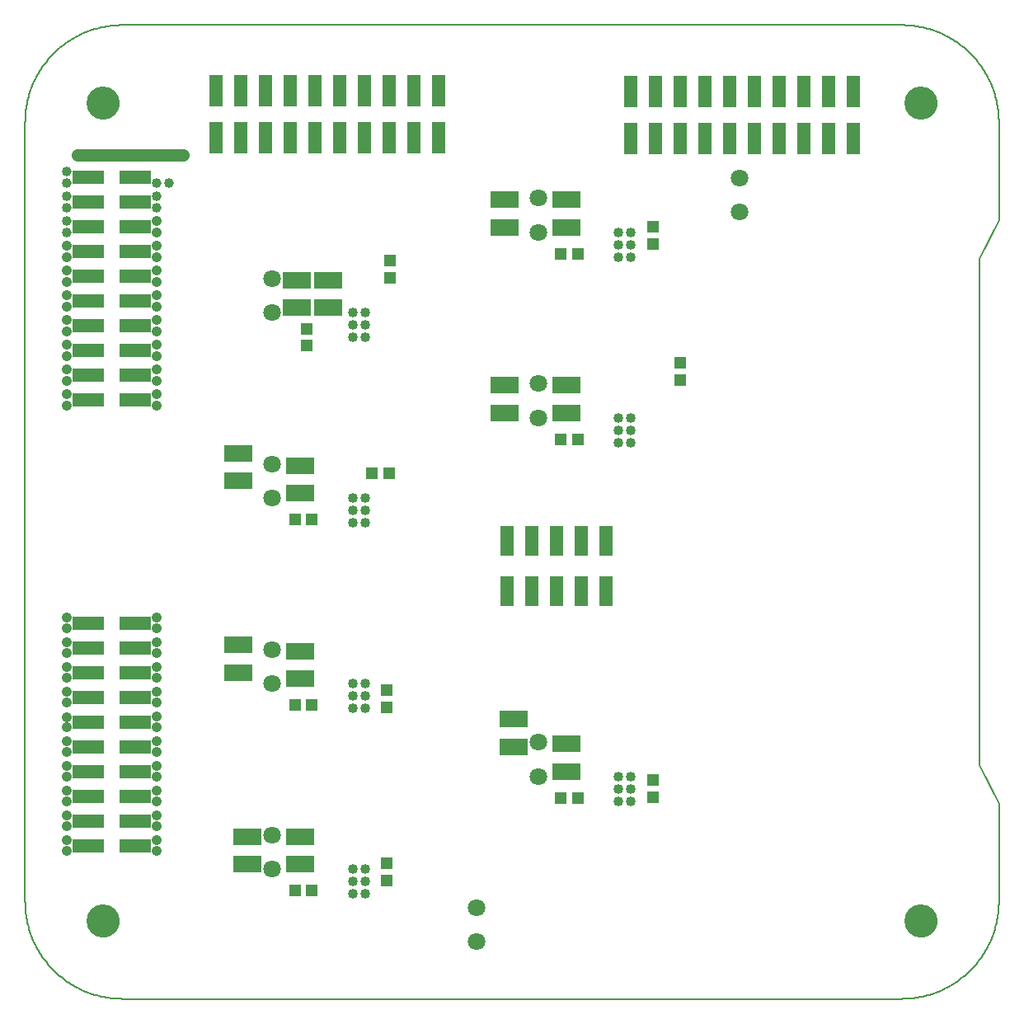
<source format=gbs>
G04 EAGLE Gerber RS-274X export*
G75*
%MOMM*%
%FSLAX34Y34*%
%LPD*%
%INSolder Mask bottom*%
%IPPOS*%
%AMOC8*
5,1,8,0,0,1.08239X$1,22.5*%
G01*
%ADD10C,0.152400*%
%ADD11C,1.270000*%
%ADD12C,0.000000*%
%ADD13C,3.403200*%
%ADD14C,1.011200*%
%ADD15C,1.803200*%
%ADD16R,2.903200X1.803200*%
%ADD17R,1.283200X1.253200*%
%ADD18R,1.253200X1.283200*%
%ADD19R,1.473200X3.251200*%
%ADD20R,1.473200X3.124200*%
%ADD21R,3.251200X1.473200*%
%ADD22C,1.059600*%
%ADD23C,1.009600*%


D10*
X0Y100000D02*
X0Y900000D01*
X100000Y1000000D02*
X900000Y1000000D01*
X1000000Y900000D02*
X1000000Y800000D01*
X1000000Y200000D02*
X1000000Y100000D01*
X900000Y0D02*
X100000Y0D01*
X0Y900000D02*
X29Y902416D01*
X117Y904831D01*
X263Y907243D01*
X467Y909651D01*
X729Y912054D01*
X1049Y914449D01*
X1427Y916836D01*
X1863Y919213D01*
X2356Y921578D01*
X2906Y923932D01*
X3512Y926271D01*
X4175Y928595D01*
X4894Y930902D01*
X5669Y933191D01*
X6498Y935460D01*
X7383Y937709D01*
X8321Y939936D01*
X9313Y942140D01*
X10357Y944319D01*
X11454Y946472D01*
X12603Y948598D01*
X13803Y950696D01*
X15053Y952764D01*
X16353Y954801D01*
X17702Y956806D01*
X19098Y958779D01*
X20542Y960716D01*
X22033Y962619D01*
X23568Y964484D01*
X25149Y966312D01*
X26773Y968102D01*
X28440Y969851D01*
X30149Y971560D01*
X31898Y973227D01*
X33688Y974851D01*
X35516Y976432D01*
X37381Y977967D01*
X39284Y979458D01*
X41221Y980902D01*
X43194Y982298D01*
X45199Y983647D01*
X47236Y984947D01*
X49304Y986197D01*
X51402Y987397D01*
X53528Y988546D01*
X55681Y989643D01*
X57860Y990687D01*
X60064Y991679D01*
X62291Y992617D01*
X64540Y993502D01*
X66809Y994331D01*
X69098Y995106D01*
X71405Y995825D01*
X73729Y996488D01*
X76068Y997094D01*
X78422Y997644D01*
X80787Y998137D01*
X83164Y998573D01*
X85551Y998951D01*
X87946Y999271D01*
X90349Y999533D01*
X92757Y999737D01*
X95169Y999883D01*
X97584Y999971D01*
X100000Y1000000D01*
X900000Y1000000D02*
X902416Y999971D01*
X904831Y999883D01*
X907243Y999737D01*
X909651Y999533D01*
X912054Y999271D01*
X914449Y998951D01*
X916836Y998573D01*
X919213Y998137D01*
X921578Y997644D01*
X923932Y997094D01*
X926271Y996488D01*
X928595Y995825D01*
X930902Y995106D01*
X933191Y994331D01*
X935460Y993502D01*
X937709Y992617D01*
X939936Y991679D01*
X942140Y990687D01*
X944319Y989643D01*
X946472Y988546D01*
X948598Y987397D01*
X950696Y986197D01*
X952764Y984947D01*
X954801Y983647D01*
X956806Y982298D01*
X958779Y980902D01*
X960716Y979458D01*
X962619Y977967D01*
X964484Y976432D01*
X966312Y974851D01*
X968102Y973227D01*
X969851Y971560D01*
X971560Y969851D01*
X973227Y968102D01*
X974851Y966312D01*
X976432Y964484D01*
X977967Y962619D01*
X979458Y960716D01*
X980902Y958779D01*
X982298Y956806D01*
X983647Y954801D01*
X984947Y952764D01*
X986197Y950696D01*
X987397Y948598D01*
X988546Y946472D01*
X989643Y944319D01*
X990687Y942140D01*
X991679Y939936D01*
X992617Y937709D01*
X993502Y935460D01*
X994331Y933191D01*
X995106Y930902D01*
X995825Y928595D01*
X996488Y926271D01*
X997094Y923932D01*
X997644Y921578D01*
X998137Y919213D01*
X998573Y916836D01*
X998951Y914449D01*
X999271Y912054D01*
X999533Y909651D01*
X999737Y907243D01*
X999883Y904831D01*
X999971Y902416D01*
X1000000Y900000D01*
X1000000Y100000D02*
X999971Y97584D01*
X999883Y95169D01*
X999737Y92757D01*
X999533Y90349D01*
X999271Y87946D01*
X998951Y85551D01*
X998573Y83164D01*
X998137Y80787D01*
X997644Y78422D01*
X997094Y76068D01*
X996488Y73729D01*
X995825Y71405D01*
X995106Y69098D01*
X994331Y66809D01*
X993502Y64540D01*
X992617Y62291D01*
X991679Y60064D01*
X990687Y57860D01*
X989643Y55681D01*
X988546Y53528D01*
X987397Y51402D01*
X986197Y49304D01*
X984947Y47236D01*
X983647Y45199D01*
X982298Y43194D01*
X980902Y41221D01*
X979458Y39284D01*
X977967Y37381D01*
X976432Y35516D01*
X974851Y33688D01*
X973227Y31898D01*
X971560Y30149D01*
X969851Y28440D01*
X968102Y26773D01*
X966312Y25149D01*
X964484Y23568D01*
X962619Y22033D01*
X960716Y20542D01*
X958779Y19098D01*
X956806Y17702D01*
X954801Y16353D01*
X952764Y15053D01*
X950696Y13803D01*
X948598Y12603D01*
X946472Y11454D01*
X944319Y10357D01*
X942140Y9313D01*
X939936Y8321D01*
X937709Y7383D01*
X935460Y6498D01*
X933191Y5669D01*
X930902Y4894D01*
X928595Y4175D01*
X926271Y3512D01*
X923932Y2906D01*
X921578Y2356D01*
X919213Y1863D01*
X916836Y1427D01*
X914449Y1049D01*
X912054Y729D01*
X909651Y467D01*
X907243Y263D01*
X904831Y117D01*
X902416Y29D01*
X900000Y0D01*
X100000Y0D02*
X97584Y29D01*
X95169Y117D01*
X92757Y263D01*
X90349Y467D01*
X87946Y729D01*
X85551Y1049D01*
X83164Y1427D01*
X80787Y1863D01*
X78422Y2356D01*
X76068Y2906D01*
X73729Y3512D01*
X71405Y4175D01*
X69098Y4894D01*
X66809Y5669D01*
X64540Y6498D01*
X62291Y7383D01*
X60064Y8321D01*
X57860Y9313D01*
X55681Y10357D01*
X53528Y11454D01*
X51402Y12603D01*
X49304Y13803D01*
X47236Y15053D01*
X45199Y16353D01*
X43194Y17702D01*
X41221Y19098D01*
X39284Y20542D01*
X37381Y22033D01*
X35516Y23568D01*
X33688Y25149D01*
X31898Y26773D01*
X30149Y28440D01*
X28440Y30149D01*
X26773Y31898D01*
X25149Y33688D01*
X23568Y35516D01*
X22033Y37381D01*
X20542Y39284D01*
X19098Y41221D01*
X17702Y43194D01*
X16353Y45199D01*
X15053Y47236D01*
X13803Y49304D01*
X12603Y51402D01*
X11454Y53528D01*
X10357Y55681D01*
X9313Y57860D01*
X8321Y60064D01*
X7383Y62291D01*
X6498Y64540D01*
X5669Y66809D01*
X4894Y69098D01*
X4175Y71405D01*
X3512Y73729D01*
X2906Y76068D01*
X2356Y78422D01*
X1863Y80787D01*
X1427Y83164D01*
X1049Y85551D01*
X729Y87946D01*
X467Y90349D01*
X263Y92757D01*
X117Y95169D01*
X29Y97584D01*
X0Y100000D01*
X980000Y760000D02*
X1000000Y800000D01*
X980000Y760000D02*
X980000Y240000D01*
X1000000Y200000D01*
D11*
X161925Y866775D02*
X53975Y866775D01*
D12*
X64000Y920000D02*
X64005Y920393D01*
X64019Y920785D01*
X64043Y921177D01*
X64077Y921568D01*
X64120Y921959D01*
X64173Y922348D01*
X64236Y922735D01*
X64307Y923121D01*
X64389Y923506D01*
X64479Y923888D01*
X64580Y924267D01*
X64689Y924645D01*
X64808Y925019D01*
X64935Y925390D01*
X65072Y925758D01*
X65218Y926123D01*
X65373Y926484D01*
X65536Y926841D01*
X65708Y927194D01*
X65889Y927542D01*
X66079Y927886D01*
X66276Y928226D01*
X66482Y928560D01*
X66696Y928889D01*
X66919Y929213D01*
X67149Y929531D01*
X67386Y929844D01*
X67632Y930150D01*
X67885Y930451D01*
X68145Y930745D01*
X68412Y931033D01*
X68686Y931314D01*
X68967Y931588D01*
X69255Y931855D01*
X69549Y932115D01*
X69850Y932368D01*
X70156Y932614D01*
X70469Y932851D01*
X70787Y933081D01*
X71111Y933304D01*
X71440Y933518D01*
X71774Y933724D01*
X72114Y933921D01*
X72458Y934111D01*
X72806Y934292D01*
X73159Y934464D01*
X73516Y934627D01*
X73877Y934782D01*
X74242Y934928D01*
X74610Y935065D01*
X74981Y935192D01*
X75355Y935311D01*
X75733Y935420D01*
X76112Y935521D01*
X76494Y935611D01*
X76879Y935693D01*
X77265Y935764D01*
X77652Y935827D01*
X78041Y935880D01*
X78432Y935923D01*
X78823Y935957D01*
X79215Y935981D01*
X79607Y935995D01*
X80000Y936000D01*
X80393Y935995D01*
X80785Y935981D01*
X81177Y935957D01*
X81568Y935923D01*
X81959Y935880D01*
X82348Y935827D01*
X82735Y935764D01*
X83121Y935693D01*
X83506Y935611D01*
X83888Y935521D01*
X84267Y935420D01*
X84645Y935311D01*
X85019Y935192D01*
X85390Y935065D01*
X85758Y934928D01*
X86123Y934782D01*
X86484Y934627D01*
X86841Y934464D01*
X87194Y934292D01*
X87542Y934111D01*
X87886Y933921D01*
X88226Y933724D01*
X88560Y933518D01*
X88889Y933304D01*
X89213Y933081D01*
X89531Y932851D01*
X89844Y932614D01*
X90150Y932368D01*
X90451Y932115D01*
X90745Y931855D01*
X91033Y931588D01*
X91314Y931314D01*
X91588Y931033D01*
X91855Y930745D01*
X92115Y930451D01*
X92368Y930150D01*
X92614Y929844D01*
X92851Y929531D01*
X93081Y929213D01*
X93304Y928889D01*
X93518Y928560D01*
X93724Y928226D01*
X93921Y927886D01*
X94111Y927542D01*
X94292Y927194D01*
X94464Y926841D01*
X94627Y926484D01*
X94782Y926123D01*
X94928Y925758D01*
X95065Y925390D01*
X95192Y925019D01*
X95311Y924645D01*
X95420Y924267D01*
X95521Y923888D01*
X95611Y923506D01*
X95693Y923121D01*
X95764Y922735D01*
X95827Y922348D01*
X95880Y921959D01*
X95923Y921568D01*
X95957Y921177D01*
X95981Y920785D01*
X95995Y920393D01*
X96000Y920000D01*
X95995Y919607D01*
X95981Y919215D01*
X95957Y918823D01*
X95923Y918432D01*
X95880Y918041D01*
X95827Y917652D01*
X95764Y917265D01*
X95693Y916879D01*
X95611Y916494D01*
X95521Y916112D01*
X95420Y915733D01*
X95311Y915355D01*
X95192Y914981D01*
X95065Y914610D01*
X94928Y914242D01*
X94782Y913877D01*
X94627Y913516D01*
X94464Y913159D01*
X94292Y912806D01*
X94111Y912458D01*
X93921Y912114D01*
X93724Y911774D01*
X93518Y911440D01*
X93304Y911111D01*
X93081Y910787D01*
X92851Y910469D01*
X92614Y910156D01*
X92368Y909850D01*
X92115Y909549D01*
X91855Y909255D01*
X91588Y908967D01*
X91314Y908686D01*
X91033Y908412D01*
X90745Y908145D01*
X90451Y907885D01*
X90150Y907632D01*
X89844Y907386D01*
X89531Y907149D01*
X89213Y906919D01*
X88889Y906696D01*
X88560Y906482D01*
X88226Y906276D01*
X87886Y906079D01*
X87542Y905889D01*
X87194Y905708D01*
X86841Y905536D01*
X86484Y905373D01*
X86123Y905218D01*
X85758Y905072D01*
X85390Y904935D01*
X85019Y904808D01*
X84645Y904689D01*
X84267Y904580D01*
X83888Y904479D01*
X83506Y904389D01*
X83121Y904307D01*
X82735Y904236D01*
X82348Y904173D01*
X81959Y904120D01*
X81568Y904077D01*
X81177Y904043D01*
X80785Y904019D01*
X80393Y904005D01*
X80000Y904000D01*
X79607Y904005D01*
X79215Y904019D01*
X78823Y904043D01*
X78432Y904077D01*
X78041Y904120D01*
X77652Y904173D01*
X77265Y904236D01*
X76879Y904307D01*
X76494Y904389D01*
X76112Y904479D01*
X75733Y904580D01*
X75355Y904689D01*
X74981Y904808D01*
X74610Y904935D01*
X74242Y905072D01*
X73877Y905218D01*
X73516Y905373D01*
X73159Y905536D01*
X72806Y905708D01*
X72458Y905889D01*
X72114Y906079D01*
X71774Y906276D01*
X71440Y906482D01*
X71111Y906696D01*
X70787Y906919D01*
X70469Y907149D01*
X70156Y907386D01*
X69850Y907632D01*
X69549Y907885D01*
X69255Y908145D01*
X68967Y908412D01*
X68686Y908686D01*
X68412Y908967D01*
X68145Y909255D01*
X67885Y909549D01*
X67632Y909850D01*
X67386Y910156D01*
X67149Y910469D01*
X66919Y910787D01*
X66696Y911111D01*
X66482Y911440D01*
X66276Y911774D01*
X66079Y912114D01*
X65889Y912458D01*
X65708Y912806D01*
X65536Y913159D01*
X65373Y913516D01*
X65218Y913877D01*
X65072Y914242D01*
X64935Y914610D01*
X64808Y914981D01*
X64689Y915355D01*
X64580Y915733D01*
X64479Y916112D01*
X64389Y916494D01*
X64307Y916879D01*
X64236Y917265D01*
X64173Y917652D01*
X64120Y918041D01*
X64077Y918432D01*
X64043Y918823D01*
X64019Y919215D01*
X64005Y919607D01*
X64000Y920000D01*
D13*
X80000Y920000D03*
D12*
X64000Y80000D02*
X64005Y80393D01*
X64019Y80785D01*
X64043Y81177D01*
X64077Y81568D01*
X64120Y81959D01*
X64173Y82348D01*
X64236Y82735D01*
X64307Y83121D01*
X64389Y83506D01*
X64479Y83888D01*
X64580Y84267D01*
X64689Y84645D01*
X64808Y85019D01*
X64935Y85390D01*
X65072Y85758D01*
X65218Y86123D01*
X65373Y86484D01*
X65536Y86841D01*
X65708Y87194D01*
X65889Y87542D01*
X66079Y87886D01*
X66276Y88226D01*
X66482Y88560D01*
X66696Y88889D01*
X66919Y89213D01*
X67149Y89531D01*
X67386Y89844D01*
X67632Y90150D01*
X67885Y90451D01*
X68145Y90745D01*
X68412Y91033D01*
X68686Y91314D01*
X68967Y91588D01*
X69255Y91855D01*
X69549Y92115D01*
X69850Y92368D01*
X70156Y92614D01*
X70469Y92851D01*
X70787Y93081D01*
X71111Y93304D01*
X71440Y93518D01*
X71774Y93724D01*
X72114Y93921D01*
X72458Y94111D01*
X72806Y94292D01*
X73159Y94464D01*
X73516Y94627D01*
X73877Y94782D01*
X74242Y94928D01*
X74610Y95065D01*
X74981Y95192D01*
X75355Y95311D01*
X75733Y95420D01*
X76112Y95521D01*
X76494Y95611D01*
X76879Y95693D01*
X77265Y95764D01*
X77652Y95827D01*
X78041Y95880D01*
X78432Y95923D01*
X78823Y95957D01*
X79215Y95981D01*
X79607Y95995D01*
X80000Y96000D01*
X80393Y95995D01*
X80785Y95981D01*
X81177Y95957D01*
X81568Y95923D01*
X81959Y95880D01*
X82348Y95827D01*
X82735Y95764D01*
X83121Y95693D01*
X83506Y95611D01*
X83888Y95521D01*
X84267Y95420D01*
X84645Y95311D01*
X85019Y95192D01*
X85390Y95065D01*
X85758Y94928D01*
X86123Y94782D01*
X86484Y94627D01*
X86841Y94464D01*
X87194Y94292D01*
X87542Y94111D01*
X87886Y93921D01*
X88226Y93724D01*
X88560Y93518D01*
X88889Y93304D01*
X89213Y93081D01*
X89531Y92851D01*
X89844Y92614D01*
X90150Y92368D01*
X90451Y92115D01*
X90745Y91855D01*
X91033Y91588D01*
X91314Y91314D01*
X91588Y91033D01*
X91855Y90745D01*
X92115Y90451D01*
X92368Y90150D01*
X92614Y89844D01*
X92851Y89531D01*
X93081Y89213D01*
X93304Y88889D01*
X93518Y88560D01*
X93724Y88226D01*
X93921Y87886D01*
X94111Y87542D01*
X94292Y87194D01*
X94464Y86841D01*
X94627Y86484D01*
X94782Y86123D01*
X94928Y85758D01*
X95065Y85390D01*
X95192Y85019D01*
X95311Y84645D01*
X95420Y84267D01*
X95521Y83888D01*
X95611Y83506D01*
X95693Y83121D01*
X95764Y82735D01*
X95827Y82348D01*
X95880Y81959D01*
X95923Y81568D01*
X95957Y81177D01*
X95981Y80785D01*
X95995Y80393D01*
X96000Y80000D01*
X95995Y79607D01*
X95981Y79215D01*
X95957Y78823D01*
X95923Y78432D01*
X95880Y78041D01*
X95827Y77652D01*
X95764Y77265D01*
X95693Y76879D01*
X95611Y76494D01*
X95521Y76112D01*
X95420Y75733D01*
X95311Y75355D01*
X95192Y74981D01*
X95065Y74610D01*
X94928Y74242D01*
X94782Y73877D01*
X94627Y73516D01*
X94464Y73159D01*
X94292Y72806D01*
X94111Y72458D01*
X93921Y72114D01*
X93724Y71774D01*
X93518Y71440D01*
X93304Y71111D01*
X93081Y70787D01*
X92851Y70469D01*
X92614Y70156D01*
X92368Y69850D01*
X92115Y69549D01*
X91855Y69255D01*
X91588Y68967D01*
X91314Y68686D01*
X91033Y68412D01*
X90745Y68145D01*
X90451Y67885D01*
X90150Y67632D01*
X89844Y67386D01*
X89531Y67149D01*
X89213Y66919D01*
X88889Y66696D01*
X88560Y66482D01*
X88226Y66276D01*
X87886Y66079D01*
X87542Y65889D01*
X87194Y65708D01*
X86841Y65536D01*
X86484Y65373D01*
X86123Y65218D01*
X85758Y65072D01*
X85390Y64935D01*
X85019Y64808D01*
X84645Y64689D01*
X84267Y64580D01*
X83888Y64479D01*
X83506Y64389D01*
X83121Y64307D01*
X82735Y64236D01*
X82348Y64173D01*
X81959Y64120D01*
X81568Y64077D01*
X81177Y64043D01*
X80785Y64019D01*
X80393Y64005D01*
X80000Y64000D01*
X79607Y64005D01*
X79215Y64019D01*
X78823Y64043D01*
X78432Y64077D01*
X78041Y64120D01*
X77652Y64173D01*
X77265Y64236D01*
X76879Y64307D01*
X76494Y64389D01*
X76112Y64479D01*
X75733Y64580D01*
X75355Y64689D01*
X74981Y64808D01*
X74610Y64935D01*
X74242Y65072D01*
X73877Y65218D01*
X73516Y65373D01*
X73159Y65536D01*
X72806Y65708D01*
X72458Y65889D01*
X72114Y66079D01*
X71774Y66276D01*
X71440Y66482D01*
X71111Y66696D01*
X70787Y66919D01*
X70469Y67149D01*
X70156Y67386D01*
X69850Y67632D01*
X69549Y67885D01*
X69255Y68145D01*
X68967Y68412D01*
X68686Y68686D01*
X68412Y68967D01*
X68145Y69255D01*
X67885Y69549D01*
X67632Y69850D01*
X67386Y70156D01*
X67149Y70469D01*
X66919Y70787D01*
X66696Y71111D01*
X66482Y71440D01*
X66276Y71774D01*
X66079Y72114D01*
X65889Y72458D01*
X65708Y72806D01*
X65536Y73159D01*
X65373Y73516D01*
X65218Y73877D01*
X65072Y74242D01*
X64935Y74610D01*
X64808Y74981D01*
X64689Y75355D01*
X64580Y75733D01*
X64479Y76112D01*
X64389Y76494D01*
X64307Y76879D01*
X64236Y77265D01*
X64173Y77652D01*
X64120Y78041D01*
X64077Y78432D01*
X64043Y78823D01*
X64019Y79215D01*
X64005Y79607D01*
X64000Y80000D01*
D13*
X80000Y80000D03*
D12*
X904000Y80000D02*
X904005Y80393D01*
X904019Y80785D01*
X904043Y81177D01*
X904077Y81568D01*
X904120Y81959D01*
X904173Y82348D01*
X904236Y82735D01*
X904307Y83121D01*
X904389Y83506D01*
X904479Y83888D01*
X904580Y84267D01*
X904689Y84645D01*
X904808Y85019D01*
X904935Y85390D01*
X905072Y85758D01*
X905218Y86123D01*
X905373Y86484D01*
X905536Y86841D01*
X905708Y87194D01*
X905889Y87542D01*
X906079Y87886D01*
X906276Y88226D01*
X906482Y88560D01*
X906696Y88889D01*
X906919Y89213D01*
X907149Y89531D01*
X907386Y89844D01*
X907632Y90150D01*
X907885Y90451D01*
X908145Y90745D01*
X908412Y91033D01*
X908686Y91314D01*
X908967Y91588D01*
X909255Y91855D01*
X909549Y92115D01*
X909850Y92368D01*
X910156Y92614D01*
X910469Y92851D01*
X910787Y93081D01*
X911111Y93304D01*
X911440Y93518D01*
X911774Y93724D01*
X912114Y93921D01*
X912458Y94111D01*
X912806Y94292D01*
X913159Y94464D01*
X913516Y94627D01*
X913877Y94782D01*
X914242Y94928D01*
X914610Y95065D01*
X914981Y95192D01*
X915355Y95311D01*
X915733Y95420D01*
X916112Y95521D01*
X916494Y95611D01*
X916879Y95693D01*
X917265Y95764D01*
X917652Y95827D01*
X918041Y95880D01*
X918432Y95923D01*
X918823Y95957D01*
X919215Y95981D01*
X919607Y95995D01*
X920000Y96000D01*
X920393Y95995D01*
X920785Y95981D01*
X921177Y95957D01*
X921568Y95923D01*
X921959Y95880D01*
X922348Y95827D01*
X922735Y95764D01*
X923121Y95693D01*
X923506Y95611D01*
X923888Y95521D01*
X924267Y95420D01*
X924645Y95311D01*
X925019Y95192D01*
X925390Y95065D01*
X925758Y94928D01*
X926123Y94782D01*
X926484Y94627D01*
X926841Y94464D01*
X927194Y94292D01*
X927542Y94111D01*
X927886Y93921D01*
X928226Y93724D01*
X928560Y93518D01*
X928889Y93304D01*
X929213Y93081D01*
X929531Y92851D01*
X929844Y92614D01*
X930150Y92368D01*
X930451Y92115D01*
X930745Y91855D01*
X931033Y91588D01*
X931314Y91314D01*
X931588Y91033D01*
X931855Y90745D01*
X932115Y90451D01*
X932368Y90150D01*
X932614Y89844D01*
X932851Y89531D01*
X933081Y89213D01*
X933304Y88889D01*
X933518Y88560D01*
X933724Y88226D01*
X933921Y87886D01*
X934111Y87542D01*
X934292Y87194D01*
X934464Y86841D01*
X934627Y86484D01*
X934782Y86123D01*
X934928Y85758D01*
X935065Y85390D01*
X935192Y85019D01*
X935311Y84645D01*
X935420Y84267D01*
X935521Y83888D01*
X935611Y83506D01*
X935693Y83121D01*
X935764Y82735D01*
X935827Y82348D01*
X935880Y81959D01*
X935923Y81568D01*
X935957Y81177D01*
X935981Y80785D01*
X935995Y80393D01*
X936000Y80000D01*
X935995Y79607D01*
X935981Y79215D01*
X935957Y78823D01*
X935923Y78432D01*
X935880Y78041D01*
X935827Y77652D01*
X935764Y77265D01*
X935693Y76879D01*
X935611Y76494D01*
X935521Y76112D01*
X935420Y75733D01*
X935311Y75355D01*
X935192Y74981D01*
X935065Y74610D01*
X934928Y74242D01*
X934782Y73877D01*
X934627Y73516D01*
X934464Y73159D01*
X934292Y72806D01*
X934111Y72458D01*
X933921Y72114D01*
X933724Y71774D01*
X933518Y71440D01*
X933304Y71111D01*
X933081Y70787D01*
X932851Y70469D01*
X932614Y70156D01*
X932368Y69850D01*
X932115Y69549D01*
X931855Y69255D01*
X931588Y68967D01*
X931314Y68686D01*
X931033Y68412D01*
X930745Y68145D01*
X930451Y67885D01*
X930150Y67632D01*
X929844Y67386D01*
X929531Y67149D01*
X929213Y66919D01*
X928889Y66696D01*
X928560Y66482D01*
X928226Y66276D01*
X927886Y66079D01*
X927542Y65889D01*
X927194Y65708D01*
X926841Y65536D01*
X926484Y65373D01*
X926123Y65218D01*
X925758Y65072D01*
X925390Y64935D01*
X925019Y64808D01*
X924645Y64689D01*
X924267Y64580D01*
X923888Y64479D01*
X923506Y64389D01*
X923121Y64307D01*
X922735Y64236D01*
X922348Y64173D01*
X921959Y64120D01*
X921568Y64077D01*
X921177Y64043D01*
X920785Y64019D01*
X920393Y64005D01*
X920000Y64000D01*
X919607Y64005D01*
X919215Y64019D01*
X918823Y64043D01*
X918432Y64077D01*
X918041Y64120D01*
X917652Y64173D01*
X917265Y64236D01*
X916879Y64307D01*
X916494Y64389D01*
X916112Y64479D01*
X915733Y64580D01*
X915355Y64689D01*
X914981Y64808D01*
X914610Y64935D01*
X914242Y65072D01*
X913877Y65218D01*
X913516Y65373D01*
X913159Y65536D01*
X912806Y65708D01*
X912458Y65889D01*
X912114Y66079D01*
X911774Y66276D01*
X911440Y66482D01*
X911111Y66696D01*
X910787Y66919D01*
X910469Y67149D01*
X910156Y67386D01*
X909850Y67632D01*
X909549Y67885D01*
X909255Y68145D01*
X908967Y68412D01*
X908686Y68686D01*
X908412Y68967D01*
X908145Y69255D01*
X907885Y69549D01*
X907632Y69850D01*
X907386Y70156D01*
X907149Y70469D01*
X906919Y70787D01*
X906696Y71111D01*
X906482Y71440D01*
X906276Y71774D01*
X906079Y72114D01*
X905889Y72458D01*
X905708Y72806D01*
X905536Y73159D01*
X905373Y73516D01*
X905218Y73877D01*
X905072Y74242D01*
X904935Y74610D01*
X904808Y74981D01*
X904689Y75355D01*
X904580Y75733D01*
X904479Y76112D01*
X904389Y76494D01*
X904307Y76879D01*
X904236Y77265D01*
X904173Y77652D01*
X904120Y78041D01*
X904077Y78432D01*
X904043Y78823D01*
X904019Y79215D01*
X904005Y79607D01*
X904000Y80000D01*
D13*
X920000Y80000D03*
D12*
X904000Y920000D02*
X904005Y920393D01*
X904019Y920785D01*
X904043Y921177D01*
X904077Y921568D01*
X904120Y921959D01*
X904173Y922348D01*
X904236Y922735D01*
X904307Y923121D01*
X904389Y923506D01*
X904479Y923888D01*
X904580Y924267D01*
X904689Y924645D01*
X904808Y925019D01*
X904935Y925390D01*
X905072Y925758D01*
X905218Y926123D01*
X905373Y926484D01*
X905536Y926841D01*
X905708Y927194D01*
X905889Y927542D01*
X906079Y927886D01*
X906276Y928226D01*
X906482Y928560D01*
X906696Y928889D01*
X906919Y929213D01*
X907149Y929531D01*
X907386Y929844D01*
X907632Y930150D01*
X907885Y930451D01*
X908145Y930745D01*
X908412Y931033D01*
X908686Y931314D01*
X908967Y931588D01*
X909255Y931855D01*
X909549Y932115D01*
X909850Y932368D01*
X910156Y932614D01*
X910469Y932851D01*
X910787Y933081D01*
X911111Y933304D01*
X911440Y933518D01*
X911774Y933724D01*
X912114Y933921D01*
X912458Y934111D01*
X912806Y934292D01*
X913159Y934464D01*
X913516Y934627D01*
X913877Y934782D01*
X914242Y934928D01*
X914610Y935065D01*
X914981Y935192D01*
X915355Y935311D01*
X915733Y935420D01*
X916112Y935521D01*
X916494Y935611D01*
X916879Y935693D01*
X917265Y935764D01*
X917652Y935827D01*
X918041Y935880D01*
X918432Y935923D01*
X918823Y935957D01*
X919215Y935981D01*
X919607Y935995D01*
X920000Y936000D01*
X920393Y935995D01*
X920785Y935981D01*
X921177Y935957D01*
X921568Y935923D01*
X921959Y935880D01*
X922348Y935827D01*
X922735Y935764D01*
X923121Y935693D01*
X923506Y935611D01*
X923888Y935521D01*
X924267Y935420D01*
X924645Y935311D01*
X925019Y935192D01*
X925390Y935065D01*
X925758Y934928D01*
X926123Y934782D01*
X926484Y934627D01*
X926841Y934464D01*
X927194Y934292D01*
X927542Y934111D01*
X927886Y933921D01*
X928226Y933724D01*
X928560Y933518D01*
X928889Y933304D01*
X929213Y933081D01*
X929531Y932851D01*
X929844Y932614D01*
X930150Y932368D01*
X930451Y932115D01*
X930745Y931855D01*
X931033Y931588D01*
X931314Y931314D01*
X931588Y931033D01*
X931855Y930745D01*
X932115Y930451D01*
X932368Y930150D01*
X932614Y929844D01*
X932851Y929531D01*
X933081Y929213D01*
X933304Y928889D01*
X933518Y928560D01*
X933724Y928226D01*
X933921Y927886D01*
X934111Y927542D01*
X934292Y927194D01*
X934464Y926841D01*
X934627Y926484D01*
X934782Y926123D01*
X934928Y925758D01*
X935065Y925390D01*
X935192Y925019D01*
X935311Y924645D01*
X935420Y924267D01*
X935521Y923888D01*
X935611Y923506D01*
X935693Y923121D01*
X935764Y922735D01*
X935827Y922348D01*
X935880Y921959D01*
X935923Y921568D01*
X935957Y921177D01*
X935981Y920785D01*
X935995Y920393D01*
X936000Y920000D01*
X935995Y919607D01*
X935981Y919215D01*
X935957Y918823D01*
X935923Y918432D01*
X935880Y918041D01*
X935827Y917652D01*
X935764Y917265D01*
X935693Y916879D01*
X935611Y916494D01*
X935521Y916112D01*
X935420Y915733D01*
X935311Y915355D01*
X935192Y914981D01*
X935065Y914610D01*
X934928Y914242D01*
X934782Y913877D01*
X934627Y913516D01*
X934464Y913159D01*
X934292Y912806D01*
X934111Y912458D01*
X933921Y912114D01*
X933724Y911774D01*
X933518Y911440D01*
X933304Y911111D01*
X933081Y910787D01*
X932851Y910469D01*
X932614Y910156D01*
X932368Y909850D01*
X932115Y909549D01*
X931855Y909255D01*
X931588Y908967D01*
X931314Y908686D01*
X931033Y908412D01*
X930745Y908145D01*
X930451Y907885D01*
X930150Y907632D01*
X929844Y907386D01*
X929531Y907149D01*
X929213Y906919D01*
X928889Y906696D01*
X928560Y906482D01*
X928226Y906276D01*
X927886Y906079D01*
X927542Y905889D01*
X927194Y905708D01*
X926841Y905536D01*
X926484Y905373D01*
X926123Y905218D01*
X925758Y905072D01*
X925390Y904935D01*
X925019Y904808D01*
X924645Y904689D01*
X924267Y904580D01*
X923888Y904479D01*
X923506Y904389D01*
X923121Y904307D01*
X922735Y904236D01*
X922348Y904173D01*
X921959Y904120D01*
X921568Y904077D01*
X921177Y904043D01*
X920785Y904019D01*
X920393Y904005D01*
X920000Y904000D01*
X919607Y904005D01*
X919215Y904019D01*
X918823Y904043D01*
X918432Y904077D01*
X918041Y904120D01*
X917652Y904173D01*
X917265Y904236D01*
X916879Y904307D01*
X916494Y904389D01*
X916112Y904479D01*
X915733Y904580D01*
X915355Y904689D01*
X914981Y904808D01*
X914610Y904935D01*
X914242Y905072D01*
X913877Y905218D01*
X913516Y905373D01*
X913159Y905536D01*
X912806Y905708D01*
X912458Y905889D01*
X912114Y906079D01*
X911774Y906276D01*
X911440Y906482D01*
X911111Y906696D01*
X910787Y906919D01*
X910469Y907149D01*
X910156Y907386D01*
X909850Y907632D01*
X909549Y907885D01*
X909255Y908145D01*
X908967Y908412D01*
X908686Y908686D01*
X908412Y908967D01*
X908145Y909255D01*
X907885Y909549D01*
X907632Y909850D01*
X907386Y910156D01*
X907149Y910469D01*
X906919Y910787D01*
X906696Y911111D01*
X906482Y911440D01*
X906276Y911774D01*
X906079Y912114D01*
X905889Y912458D01*
X905708Y912806D01*
X905536Y913159D01*
X905373Y913516D01*
X905218Y913877D01*
X905072Y914242D01*
X904935Y914610D01*
X904808Y914981D01*
X904689Y915355D01*
X904580Y915733D01*
X904479Y916112D01*
X904389Y916494D01*
X904307Y916879D01*
X904236Y917265D01*
X904173Y917652D01*
X904120Y918041D01*
X904077Y918432D01*
X904043Y918823D01*
X904019Y919215D01*
X904005Y919607D01*
X904000Y920000D01*
D13*
X920000Y920000D03*
D14*
X349250Y679450D03*
X336550Y679450D03*
X349250Y692150D03*
X336550Y692150D03*
X349250Y704850D03*
X336550Y704850D03*
D15*
X254000Y704813D03*
X254000Y739813D03*
D16*
X311150Y709900D03*
X311150Y737900D03*
D17*
X288925Y688200D03*
X288925Y670700D03*
D16*
X279400Y709900D03*
X279400Y737900D03*
D14*
X622300Y571500D03*
X609600Y571500D03*
X622300Y584200D03*
X609600Y584200D03*
X622300Y596900D03*
X609600Y596900D03*
D15*
X527050Y596863D03*
X527050Y631863D03*
D16*
X492125Y601950D03*
X492125Y629950D03*
D18*
X550050Y574675D03*
X567550Y574675D03*
D16*
X555625Y601950D03*
X555625Y629950D03*
D14*
X349250Y488950D03*
X336550Y488950D03*
X349250Y501650D03*
X336550Y501650D03*
X349250Y514350D03*
X336550Y514350D03*
D15*
X254000Y514313D03*
X254000Y549313D03*
D16*
X219075Y532100D03*
X219075Y560100D03*
D18*
X277000Y492125D03*
X294500Y492125D03*
D16*
X282575Y519400D03*
X282575Y547400D03*
D14*
X349250Y298450D03*
X336550Y298450D03*
X349250Y311150D03*
X336550Y311150D03*
X349250Y323850D03*
X336550Y323850D03*
D15*
X254000Y323813D03*
X254000Y358813D03*
D16*
X219075Y335250D03*
X219075Y363250D03*
D18*
X277000Y301625D03*
X294500Y301625D03*
D16*
X282575Y328900D03*
X282575Y356900D03*
D14*
X349250Y107950D03*
X336550Y107950D03*
X349250Y120650D03*
X336550Y120650D03*
X349250Y133350D03*
X336550Y133350D03*
D15*
X254000Y133313D03*
X254000Y168313D03*
D16*
X228600Y138400D03*
X228600Y166400D03*
D18*
X277000Y111125D03*
X294500Y111125D03*
D16*
X282575Y138400D03*
X282575Y166400D03*
D14*
X622300Y762000D03*
X609600Y762000D03*
X622300Y774700D03*
X609600Y774700D03*
X622300Y787400D03*
X609600Y787400D03*
D15*
X527050Y787363D03*
X527050Y822363D03*
D16*
X492125Y792450D03*
X492125Y820450D03*
D18*
X550050Y765175D03*
X567550Y765175D03*
D16*
X555625Y792450D03*
X555625Y820450D03*
D14*
X622300Y203200D03*
X609600Y203200D03*
X622300Y215900D03*
X609600Y215900D03*
X622300Y228600D03*
X609600Y228600D03*
D15*
X527050Y228563D03*
X527050Y263563D03*
D16*
X501650Y259050D03*
X501650Y287050D03*
D18*
X550050Y206375D03*
X567550Y206375D03*
D16*
X555625Y233650D03*
X555625Y261650D03*
D19*
X622300Y932180D03*
X622300Y883920D03*
X647700Y932180D03*
X647700Y883920D03*
X673100Y932180D03*
X673100Y883920D03*
X698500Y932180D03*
X698500Y883920D03*
X723900Y932180D03*
X723900Y883920D03*
X749300Y932180D03*
X749300Y883920D03*
X774700Y932180D03*
X774700Y883920D03*
X800100Y932180D03*
X800100Y883920D03*
X825500Y932180D03*
X825500Y883920D03*
X850900Y932180D03*
X850900Y883920D03*
D20*
X596900Y470217D03*
X596900Y418782D03*
X571500Y470217D03*
X571500Y418782D03*
X546100Y470217D03*
X546100Y418782D03*
X520700Y470217D03*
X520700Y418782D03*
X495300Y470217D03*
X495300Y418782D03*
D15*
X463550Y93700D03*
X463550Y58700D03*
X733425Y808000D03*
X733425Y843000D03*
D17*
X673100Y635775D03*
X673100Y653275D03*
X374650Y740550D03*
X374650Y758050D03*
D18*
X373875Y539750D03*
X356375Y539750D03*
D17*
X371475Y316725D03*
X371475Y299225D03*
X371475Y138925D03*
X371475Y121425D03*
X644525Y792975D03*
X644525Y775475D03*
X644525Y224650D03*
X644525Y207150D03*
D21*
X64770Y157187D03*
X113030Y157187D03*
X64770Y182587D03*
X113030Y182587D03*
X64770Y207987D03*
X113030Y207987D03*
X64770Y233387D03*
X113030Y233387D03*
X64770Y258787D03*
X113030Y258787D03*
X64770Y284187D03*
X113030Y284187D03*
X64770Y309587D03*
X113030Y309587D03*
X64770Y334987D03*
X113030Y334987D03*
X64770Y360387D03*
X113030Y360387D03*
X64770Y385787D03*
X113030Y385787D03*
X113030Y843527D03*
X64770Y843527D03*
X113030Y818127D03*
X64770Y818127D03*
X113030Y792727D03*
X64770Y792727D03*
X113030Y767327D03*
X64770Y767327D03*
X113030Y741927D03*
X64770Y741927D03*
X113030Y716527D03*
X64770Y716527D03*
X113030Y691127D03*
X64770Y691127D03*
X113030Y665727D03*
X64770Y665727D03*
X113030Y640327D03*
X64770Y640327D03*
X113030Y614927D03*
X64770Y614927D03*
D19*
X195920Y933017D03*
X195920Y884757D03*
X221320Y933017D03*
X221320Y884757D03*
X246720Y933017D03*
X246720Y884757D03*
X272120Y933017D03*
X272120Y884757D03*
X297520Y933017D03*
X297520Y884757D03*
X322920Y933017D03*
X322920Y884757D03*
X348320Y933017D03*
X348320Y884757D03*
X373720Y933017D03*
X373720Y884757D03*
X399120Y933017D03*
X399120Y884757D03*
X424520Y933017D03*
X424520Y884757D03*
D22*
X42863Y634987D03*
X134938Y634987D03*
X42863Y646100D03*
X134938Y646100D03*
X42863Y303994D03*
X42863Y315106D03*
X42863Y188106D03*
X42863Y176994D03*
X42863Y162706D03*
X42863Y151594D03*
D23*
X134938Y812787D03*
X134938Y838187D03*
X134938Y823900D03*
X147638Y837870D03*
D22*
X134938Y736587D03*
X134938Y747700D03*
X42863Y747700D03*
X42863Y736587D03*
D23*
X42863Y838187D03*
X42863Y812787D03*
X42863Y849300D03*
X42863Y823900D03*
D22*
X134938Y685787D03*
X134938Y696900D03*
X42863Y696900D03*
X42863Y685787D03*
X134938Y202394D03*
X134938Y213506D03*
X42863Y202394D03*
X42863Y213506D03*
X42863Y380194D03*
X42863Y354794D03*
X42863Y391306D03*
X42863Y365906D03*
X134938Y329394D03*
X134938Y340506D03*
X42863Y340506D03*
X42863Y329394D03*
X134938Y151594D03*
X134938Y162706D03*
X134938Y176994D03*
X134938Y188106D03*
X42863Y761987D03*
X42863Y773100D03*
D23*
X42863Y787387D03*
X42863Y798500D03*
D22*
X42863Y609587D03*
X42863Y620700D03*
X134938Y609587D03*
X134938Y620700D03*
X42863Y660387D03*
X42863Y671500D03*
X134938Y671500D03*
X134938Y660387D03*
X42863Y711187D03*
X134938Y711187D03*
X42863Y722300D03*
X134938Y722300D03*
X134938Y773100D03*
X134938Y761987D03*
X42863Y227794D03*
X42863Y238906D03*
X134938Y253194D03*
X134938Y264306D03*
X134938Y278594D03*
X134938Y289706D03*
X134938Y354794D03*
X134938Y365906D03*
X134938Y380194D03*
X134938Y391306D03*
X134938Y238906D03*
X134938Y227794D03*
X134938Y315106D03*
X134938Y303994D03*
X42863Y278594D03*
X42863Y288912D03*
X42863Y264306D03*
X42863Y253194D03*
X134938Y798500D03*
X134938Y787387D03*
M02*

</source>
